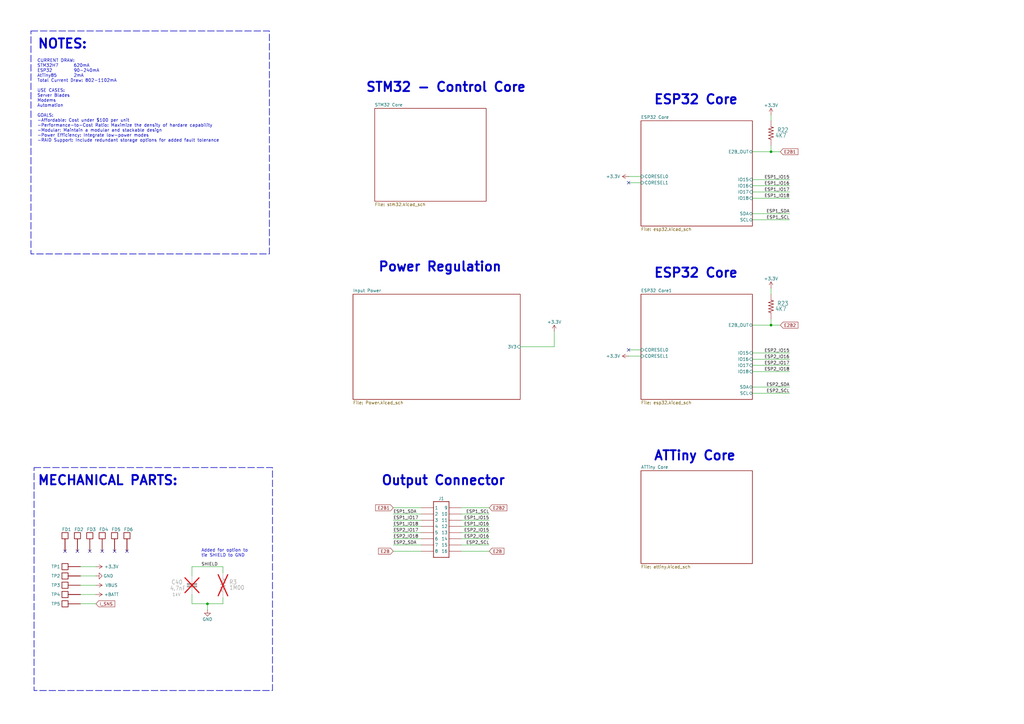
<source format=kicad_sch>
(kicad_sch (version 20250114) (generator "eeschema") (generator_version "9.0")
  (paper "A3")
  (title_block (title "Espresso CM") (date "2025-04-10") (rev "4") (company "B. Lantau") (comment 1 "PN: 4D083-4258-004"))
  (lib_symbols
    (symbol "Custom_Microcontroller:HEADER-2X8" (pin_numbers (hide yes))
      (property "Reference" "J" (at 0 20.32 0))
      (symbol "HEADER-2X8_1_0"
        (polyline (pts (xy -3.81 19.05) (xy 2.54 19.05)) (stroke (width 0.254)))
        (polyline (pts (xy -3.81 -3.81) (xy -3.81 19.05)) (stroke (width 0.254)))
        (polyline (pts (xy 2.54 19.05) (xy 2.54 -3.81)) (stroke (width 0.254)))
        (polyline (pts (xy 2.54 -3.81) (xy -3.81 -3.81)) (stroke (width 0.254)))
        (pin bidirectional line (at -8.89 16.51 0) (length 5.08) (name "1") (number "1"))
        (pin bidirectional line (at -8.89 13.97 0) (length 5.08) (name "2") (number "2"))
        (pin bidirectional line (at -8.89 11.43 0) (length 5.08) (name "3") (number "3"))
        (pin bidirectional line (at -8.89 8.89 0) (length 5.08) (name "4") (number "4"))
        (pin bidirectional line (at -8.89 6.35 0) (length 5.08) (name "5") (number "5"))
        (pin bidirectional line (at -8.89 3.81 0) (length 5.08) (name "6") (number "6"))
        (pin bidirectional line (at -8.89 1.27 0) (length 5.08) (name "7") (number "7"))
        (pin bidirectional line (at -8.89 -1.27 0) (length 5.08) (name "8") (number "8"))
        (pin bidirectional line (at 7.62 16.51 180) (length 5.08) (name "9") (number "9"))
        (pin bidirectional line (at 7.62 13.97 180) (length 5.08) (name "10") (number "10"))
        (pin bidirectional line (at 7.62 11.43 180) (length 5.08) (name "11") (number "11"))
        (pin bidirectional line (at 7.62 8.89 180) (length 5.08) (name "12") (number "12"))
        (pin bidirectional line (at 7.62 6.35 180) (length 5.08) (name "13") (number "13"))
        (pin bidirectional line (at 7.62 3.81 180) (length 5.08) (name "14") (number "14"))
        (pin bidirectional line (at 7.62 1.27 180) (length 5.08) (name "15") (number "15"))
        (pin bidirectional line (at 7.62 -1.27 180) (length 5.08) (name "16") (number "16"))
      )
    )
    (symbol "Electromechanical:FIDUCIAL" (pin_numbers (hide yes)) (pin_names (hide yes)) (in_bom no)
      (property "Reference" "FD" (at 0 6.35 0))
      (symbol "FIDUCIAL_0_1"
        (rectangle (start -1.27 7.62) (end 1.27 5.08) (stroke (width 0.254)))
        (polyline (pts (xy 0 0) (xy 0 5.08)) (stroke (width 0.254)))
      )
      (symbol "FIDUCIAL_1_0"
        (pin passive line (at 0 0 90) (length 5.08) (name "1") (number "1"))
      )
    )
    (symbol "Electromechanical:TESTPOINT" (pin_numbers (hide yes)) (pin_names (hide yes)) (in_bom no)
      (property "Reference" "TP" (at 0 6.35 0))
      (symbol "TESTPOINT_0_1"
        (rectangle (start -1.27 7.62) (end 1.27 5.08) (stroke (width 0.254)))
        (polyline (pts (xy 0 0) (xy 0 5.08)) (stroke (width 0.254)))
      )
      (symbol "TESTPOINT_1_0"
        (pin passive line (at 0 0 90) (length 5.08) (name "1") (number "1"))
      )
    )
    (symbol "R_1206_RMCF:R_1206_RMCF_1M00" (pin_numbers (hide yes)) (pin_names (hide yes))
      (property "Reference" "R" (at -0.7749 1.7058 0))
      (property "Value" "1M00" (at -1.524 -3.556 0))
      (symbol "R_1206_RMCF_1M00_1_0"
        (polyline (pts (xy -2.54 0) (xy -2.159 1.016)) (stroke (width 0.2032)))
        (polyline (pts (xy -2.159 1.016) (xy -1.524 -1.016)) (stroke (width 0.2032)))
        (polyline (pts (xy -1.524 -1.016) (xy -0.889 1.016)) (stroke (width 0.2032)))
        (polyline (pts (xy -0.889 1.016) (xy -0.254 -1.016)) (stroke (width 0.2032)))
        (polyline (pts (xy -0.254 -1.016) (xy 0.381 1.016)) (stroke (width 0.2032)))
        (polyline (pts (xy 0.381 1.016) (xy 1.016 -1.016)) (stroke (width 0.2032)))
        (polyline (pts (xy 1.016 -1.016) (xy 1.651 1.016)) (stroke (width 0.2032)))
        (polyline (pts (xy 1.651 1.016) (xy 2.286 -1.016)) (stroke (width 0.2032)))
        (polyline (pts (xy 2.286 -1.016) (xy 2.54 0)) (stroke (width 0.2032)))
        (pin passive line (at -5.08 0 0) (length 2.54) (name "1") (number "1"))
        (pin passive line (at 5.08 0 180) (length 2.54) (name "2") (number "2"))
      )
    )
    (symbol "R_1206_RMCF:R_1206_RMCF_4K7" (pin_numbers (hide yes)) (pin_names (hide yes))
      (property "Reference" "R" (at -0.7749 1.7058 0))
      (property "Value" "4K7" (at -1.524 -3.556 0))
      (symbol "R_1206_RMCF_4K7_1_0"
        (polyline (pts (xy -2.54 0) (xy -2.159 1.016)) (stroke (width 0.2032)))
        (polyline (pts (xy -2.159 1.016) (xy -1.524 -1.016)) (stroke (width 0.2032)))
        (polyline (pts (xy -1.524 -1.016) (xy -0.889 1.016)) (stroke (width 0.2032)))
        (polyline (pts (xy -0.889 1.016) (xy -0.254 -1.016)) (stroke (width 0.2032)))
        (polyline (pts (xy -0.254 -1.016) (xy 0.381 1.016)) (stroke (width 0.2032)))
        (polyline (pts (xy 0.381 1.016) (xy 1.016 -1.016)) (stroke (width 0.2032)))
        (polyline (pts (xy 1.016 -1.016) (xy 1.651 1.016)) (stroke (width 0.2032)))
        (polyline (pts (xy 1.651 1.016) (xy 2.286 -1.016)) (stroke (width 0.2032)))
        (polyline (pts (xy 2.286 -1.016) (xy 2.54 0)) (stroke (width 0.2032)))
        (pin passive line (at -5.08 0 0) (length 2.54) (name "1") (number "1"))
        (pin passive line (at 5.08 0 180) (length 2.54) (name "2") (number "2"))
      )
    )
    (symbol "Specialized Capacitors:C_1206_4.7nF" (pin_numbers (hide yes)) (pin_names (hide yes))
      (property "Reference" "C" (at -0.8599 2.4455 0))
      (property "Value" "4.7nF" (at -2.0411 -4.699 0))
      (symbol "C_1206_4.7nF_1_0"
        (polyline (pts (xy -1.27 0) (xy -0.762 0)) (stroke (width 0.1524)))
        (rectangle (start -0.762 -2.032) (end -0.254 2.032) (fill (type outline)))
        (rectangle (start 0.762 -2.032) (end 0.254 2.032) (fill (type outline)))
        (polyline (pts (xy 1.27 0) (xy 0.762 0)) (stroke (width 0.1524)))
        (pin passive line (at -3.81 0 0) (length 2.54) (name "1") (number "1"))
        (pin passive line (at 3.81 0 180) (length 2.54) (name "2") (number "2"))
      )
    )
    (symbol "power:+3.3V" (power) (pin_numbers (hide yes)) (pin_names (offset 0) (hide yes))
      (property "Value" "+3.3V" (at 0 3.556 0))
      (symbol "+3.3V_0_1"
        (polyline (pts (xy -0.762 1.27) (xy 0 2.54)))
        (polyline (pts (xy 0 2.54) (xy 0.762 1.27)))
        (polyline (pts (xy 0 0) (xy 0 2.54)))
      )
      (symbol "+3.3V_1_1"
        (pin power_in line (at 0 0 90) (length 0) (name "~") (number "1"))
      )
    )
    (symbol "power:+BATT" (power) (pin_numbers (hide yes)) (pin_names (offset 0) (hide yes))
      (property "Value" "+BATT" (at 0 3.556 0))
      (symbol "+BATT_0_1"
        (polyline (pts (xy -0.762 1.27) (xy 0 2.54)))
        (polyline (pts (xy 0 2.54) (xy 0.762 1.27)))
        (polyline (pts (xy 0 0) (xy 0 2.54)))
      )
      (symbol "+BATT_1_1"
        (pin power_in line (at 0 0 90) (length 0) (name "~") (number "1"))
      )
    )
    (symbol "power:GND" (power) (pin_numbers (hide yes)) (pin_names (offset 0) (hide yes))
      (property "Value" "GND" (at 0 -3.81 0))
      (symbol "GND_0_1"
        (polyline (pts (xy 0 0) (xy 0 -1.27) (xy 1.27 -1.27) (xy 0 -2.54) (xy -1.27 -1.27) (xy 0 -1.27)))
      )
      (symbol "GND_1_1"
        (pin power_in line (at 0 0 270) (length 0) (name "~") (number "1"))
      )
    )
    (symbol "power:VBUS" (power) (pin_numbers (hide yes)) (pin_names (offset 0) (hide yes))
      (property "Value" "VBUS" (at 0 3.556 0))
      (symbol "VBUS_0_1"
        (polyline (pts (xy -0.762 1.27) (xy 0 2.54)))
        (polyline (pts (xy 0 2.54) (xy 0.762 1.27)))
        (polyline (pts (xy 0 0) (xy 0 2.54)))
      )
      (symbol "VBUS_1_1"
        (pin power_in line (at 0 0 90) (length 0) (name "~") (number "1"))
      )
    )
  )
  (rectangle (start 12.7 12.7) (end 110.49 104.14) (stroke (width 0.254) (type dash)))
  (rectangle (start 13.97 191.77) (end 111.76 283.21) (stroke (width 0.254) (type dash)))
  (text "MECHANICAL PARTS:" (at 15.24 199.39 0) (effects (font (size 3.81 3.81) (thickness 0.762) (bold yes)) (justify left bottom)))
  (text "Power Regulation" (at 154.94 111.76 0) (effects (font (size 3.81 3.81) (thickness 0.762) (bold yes)) (justify left bottom)))
  (text "Added for option to\ntie SHIELD to GND" (at 82.55 228.6 0) (effects (font (size 1.27 1.27)) (justify left bottom)))
  (text "Output Connector" (at 156.21 199.39 0) (effects (font (size 3.81 3.81) (thickness 0.762) (bold yes)) (justify left bottom)))
  (text "ESP32 Core" (at 267.97 114.3 0) (effects (font (size 3.81 3.81) (thickness 0.762) (bold yes)) (justify left bottom)))
  (text "NOTES:" (at 15.24 20.32 0) (effects (font (size 3.81 3.81) (thickness 0.762) (bold yes)) (justify left bottom)))
  (text "ESP32 Core" (at 267.97 43.18 0) (effects (font (size 3.81 3.81) (thickness 0.762) (bold yes)) (justify left bottom)))
  (text "CURRENT DRAW:\nSTM32H7		620mA\nESP32		90-240mA\nAtTiny85	2mA\nTotal Current Draw: 802-1102mA\n\nUSE CASES:\nServer Blades\nModems\nAutomation\n\nGOALS:\n-Affordable: Cost under $100 per unit\n-Performance-to-Cost Ratio: Maximize the density of hardare capability\n-Modular: Maintain a modular and stackable design\n-Power Efficiency: Integrate low-power modes\n-RAID Support: Include redundant storage options for added fault tolerance" (at 15.24 58.42 0) (effects (font (size 1.27 1.27)) (justify left bottom)))
  (text "ATTiny Core" (at 267.97 189.23 0) (effects (font (size 3.81 3.81) (thickness 0.762) (bold yes)) (justify left bottom)))
  (text "STM32 - Control Core" (at 149.86 38.1 0) (effects (font (size 3.81 3.81) (thickness 0.762) (bold yes)) (justify left bottom)))
  (junction (at 316.23 133.35))
  (junction (at 85.09 247.65))
  (junction (at 316.23 62.23))
  (no_connect (at 41.91 226.06))
  (no_connect (at 52.07 226.06))
  (no_connect (at 257.81 74.93))
  (no_connect (at 36.83 226.06))
  (no_connect (at 257.81 143.51))
  (no_connect (at 46.99 226.06))
  (no_connect (at 26.67 226.06))
  (no_connect (at 31.75 226.06))
  (wire (pts (xy 189.23 208.28) (xy 200.66 208.28)))
  (wire (pts (xy 200.66 213.36) (xy 189.23 213.36)))
  (wire (pts (xy 308.61 158.75) (xy 323.85 158.75)))
  (wire (pts (xy 213.36 142.24) (xy 227.33 142.24)))
  (wire (pts (xy 200.66 215.9) (xy 189.23 215.9)))
  (wire (pts (xy 308.61 73.66) (xy 323.85 73.66)))
  (wire (pts (xy 308.61 90.17) (xy 323.85 90.17)))
  (wire (pts (xy 308.61 76.2) (xy 323.85 76.2)))
  (wire (pts (xy 308.61 161.29) (xy 323.85 161.29)))
  (wire (pts (xy 189.23 223.52) (xy 200.66 223.52)))
  (wire (pts (xy 257.81 74.93) (xy 262.89 74.93)))
  (wire (pts (xy 91.44 234.95) (xy 91.44 232.41)))
  (wire (pts (xy 316.23 59.69) (xy 316.23 62.23)))
  (wire (pts (xy 161.29 213.36) (xy 172.72 213.36)))
  (wire (pts (xy 308.61 81.28) (xy 323.85 81.28)))
  (wire (pts (xy 189.23 220.98) (xy 200.66 220.98)))
  (wire (pts (xy 161.29 210.82) (xy 172.72 210.82)))
  (wire (pts (xy 257.81 146.05) (xy 262.89 146.05)))
  (wire (pts (xy 33.02 236.22) (xy 39.37 236.22)))
  (wire (pts (xy 33.02 243.84) (xy 39.37 243.84)))
  (wire (pts (xy 308.61 147.32) (xy 323.85 147.32)))
  (wire (pts (xy 91.44 245.11) (xy 91.44 247.65)))
  (wire (pts (xy 172.72 226.06) (xy 161.29 226.06)))
  (wire (pts (xy 320.04 133.35) (xy 316.23 133.35)))
  (wire (pts (xy 257.81 72.39) (xy 262.89 72.39)))
  (wire (pts (xy 78.74 232.41) (xy 91.44 232.41)))
  (wire (pts (xy 308.61 152.4) (xy 323.85 152.4)))
  (wire (pts (xy 172.72 218.44) (xy 161.29 218.44)))
  (wire (pts (xy 316.23 130.81) (xy 316.23 133.35)))
  (wire (pts (xy 316.23 118.11) (xy 316.23 120.65)))
  (wire (pts (xy 78.74 236.22) (xy 78.74 232.41)))
  (wire (pts (xy 308.61 78.74) (xy 323.85 78.74)))
  (wire (pts (xy 320.04 62.23) (xy 316.23 62.23)))
  (wire (pts (xy 189.23 218.44) (xy 200.66 218.44)))
  (wire (pts (xy 316.23 46.99) (xy 316.23 49.53)))
  (wire (pts (xy 161.29 215.9) (xy 172.72 215.9)))
  (wire (pts (xy 33.02 240.03) (xy 39.37 240.03)))
  (wire (pts (xy 308.61 144.78) (xy 323.85 144.78)))
  (wire (pts (xy 78.74 243.84) (xy 78.74 247.65)))
  (wire (pts (xy 316.23 62.23) (xy 308.61 62.23)))
  (wire (pts (xy 227.33 135.89) (xy 227.33 142.24)))
  (wire (pts (xy 189.23 210.82) (xy 200.66 210.82)))
  (wire (pts (xy 33.02 247.65) (xy 39.37 247.65)))
  (wire (pts (xy 189.23 226.06) (xy 200.66 226.06)))
  (wire (pts (xy 308.61 87.63) (xy 323.85 87.63)))
  (wire (pts (xy 257.81 143.51) (xy 262.89 143.51)))
  (wire (pts (xy 85.09 247.65) (xy 85.09 250.19)))
  (wire (pts (xy 172.72 220.98) (xy 161.29 220.98)))
  (wire (pts (xy 85.09 247.65) (xy 91.44 247.65)))
  (wire (pts (xy 172.72 208.28) (xy 161.29 208.28)))
  (wire (pts (xy 308.61 149.86) (xy 323.85 149.86)))
  (wire (pts (xy 316.23 133.35) (xy 308.61 133.35)))
  (wire (pts (xy 33.02 232.41) (xy 39.37 232.41)))
  (wire (pts (xy 161.29 223.52) (xy 172.72 223.52)))
  (wire (pts (xy 78.74 247.65) (xy 85.09 247.65)))
  (label "ESP2_IO16" (at 200.66 220.98 180))
  (label "ESP2_IO15" (at 200.66 218.44 180))
  (label "ESP1_SCL" (at 323.85 90.17 180))
  (label "ESP1_IO17" (at 323.85 78.74 180))
  (label "ESP2_IO18" (at 323.85 152.4 180))
  (label "ESP2_SDA" (at 323.85 158.75 180))
  (label "ESP1_SDA" (at 161.29 210.82 0))
  (label "ESP1_IO16" (at 323.85 76.2 180))
  (label "ESP2_IO15" (at 323.85 144.78 180))
  (label "ESP2_IO18" (at 161.29 220.98 0))
  (label "ESP2_IO17" (at 161.29 218.44 0))
  (label "ESP1_IO15" (at 323.85 73.66 180))
  (label "ESP2_IO16" (at 323.85 147.32 180))
  (label "ESP1_IO15" (at 200.66 213.36 180))
  (label "ESP2_SDA" (at 161.29 223.52 0))
  (label "ESP1_IO18" (at 323.85 81.28 180))
  (label "SHIELD" (at 82.55 232.41 0))
  (label "ESP2_SCL" (at 323.85 161.29 180))
  (label "ESP1_IO16" (at 200.66 215.9 180))
  (label "ESP1_IO17" (at 161.29 213.36 0))
  (label "ESP1_SCL" (at 200.66 210.82 180))
  (label "ESP2_SCL" (at 200.66 223.52 180))
  (label "ESP2_IO17" (at 323.85 149.86 180))
  (label "ESP1_SDA" (at 323.85 87.63 180))
  (label "ESP1_IO18" (at 161.29 215.9 0))
  (global_label "E2B2" (shape input) (at 200.66 208.28 0) (property "Intersheetrefs" "${INTERSHEET_REFS}" (effects (hide yes))))
  (global_label "E2B" (shape input) (at 161.29 226.06 180) (property "Intersheetrefs" "${INTERSHEET_REFS}" (effects (hide yes))))
  (global_label "E2B1" (shape input) (at 161.29 208.28 180) (property "Intersheetrefs" "${INTERSHEET_REFS}" (effects (hide yes))))
  (global_label "E2B" (shape input) (at 200.66 226.06 0) (property "Intersheetrefs" "${INTERSHEET_REFS}" (effects (hide yes))))
  (global_label "E2B2" (shape input) (at 320.04 133.35 0) (property "Intersheetrefs" "${INTERSHEET_REFS}" (effects (hide yes))))
  (global_label "E2B1" (shape input) (at 320.04 62.23 0) (property "Intersheetrefs" "${INTERSHEET_REFS}" (effects (hide yes))))
  (global_label "I_SNS" (shape input) (at 39.37 247.65 0) (property "Intersheetrefs" "${INTERSHEET_REFS}" (effects (hide yes))))
  (symbol (lib_id "R_1206_RMCF:R_1206_RMCF_1M00") (at 91.44 240.03 90) (unit 1) (dnp yes)
    (property "Reference" "R3" (at 93.98 238.76 90) (effects (font (size 1.778 1.5113)) (justify right)))
    (property "Value" "1M00" (at 100.33 240.03 90) (effects (font (size 1.778 1.5113)) (justify left bottom)))
    (property "Footprint" "Custom_Microcontroller:R_1206" (effects (hide yes)))
    (property "Part Number" "RMCF1206FG1M00" (effects (hide yes)))
    (property "Manufacturer" "Stackpole" (effects (hide yes)))
    (property "Rating" "1/4W" (effects (hide yes)))
  )
  (symbol (lib_id "Electromechanical:FIDUCIAL") (at 31.75 226.06 0) (unit 1) (in_bom no)
    (property "Reference" "FD2" (at 30.48 217.17 0) (effects (justify left)))
    (property "Footprint" "Custom_Microcontroller:Fiducial_1.5mm_Mask3mm" (effects (hide yes)))
  )
  (symbol (lib_id "power:+3.3V") (at 257.81 146.05 90) (unit 1)
    (property "Reference" "#PWR021" (effects (hide yes)))
    (property "Value" "+3.3V" (at 251.46 146.05 90))
    (property "Description" "Power symbol creates a global label with name \"+3.3V\"" (effects (hide yes)))
  )
  (symbol (lib_id "power:+3.3V") (at 316.23 46.99 0) (unit 1)
    (property "Reference" "#PWR031" (effects (hide yes)))
    (property "Value" "+3.3V" (at 316.23 43.18 0))
    (property "Description" "Power symbol creates a global label with name \"+3.3V\"" (effects (hide yes)))
  )
  (symbol (lib_id "R_1206_RMCF:R_1206_RMCF_4K7") (at 316.23 54.61 90) (unit 1)
    (property "Reference" "R22" (at 318.77 53.34 90) (effects (font (size 1.778 1.5113)) (justify right)))
    (property "Value" "4K7" (at 322.58 54.61 90) (effects (font (size 1.778 1.5113)) (justify left bottom)))
    (property "Footprint" "Custom_Microcontroller:R_1206" (effects (hide yes)))
    (property "Part Number" "RMCF1206FT4K70" (effects (hide yes)))
    (property "Manufacturer" "Stackpole" (effects (hide yes)))
    (property "Rating" "1/4W" (effects (hide yes)))
  )
  (symbol (lib_id "Electromechanical:FIDUCIAL") (at 52.07 226.06 0) (unit 1) (in_bom no)
    (property "Reference" "FD6" (at 50.8 217.17 0) (effects (justify left)))
    (property "Footprint" "Custom_Microcontroller:Fiducial_1.5mm_Mask3mm" (effects (hide yes)))
  )
  (symbol (lib_id "power:GND") (at 85.09 250.19 0) (mirror y) (unit 1)
    (property "Reference" "#PWR027" (effects (hide yes)))
    (property "Value" "GND" (at 85.09 254 0))
    (property "Description" "Power symbol creates a global label with name \"GND\" , ground" (effects (hide yes)))
  )
  (symbol (lib_id "Electromechanical:TESTPOINT") (at 33.02 236.22 90) (unit 1) (in_bom no)
    (property "Reference" "TP2" (at 22.86 236.22 90))
    (property "Footprint" "Custom_Microcontroller:TESTPOINT" (effects (hide yes)))
  )
  (symbol (lib_id "Electromechanical:TESTPOINT") (at 33.02 243.84 90) (unit 1) (in_bom no)
    (property "Reference" "TP4" (at 22.86 243.84 90))
    (property "Footprint" "Custom_Microcontroller:TESTPOINT" (effects (hide yes)))
  )
  (symbol (lib_id "R_1206_RMCF:R_1206_RMCF_4K7") (at 316.23 125.73 90) (unit 1)
    (property "Reference" "R23" (at 318.77 124.46 90) (effects (font (size 1.778 1.5113)) (justify right)))
    (property "Value" "4K7" (at 322.58 125.73 90) (effects (font (size 1.778 1.5113)) (justify left bottom)))
    (property "Footprint" "Custom_Microcontroller:R_1206" (effects (hide yes)))
    (property "Part Number" "RMCF1206FT4K70" (effects (hide yes)))
    (property "Manufacturer" "Stackpole" (effects (hide yes)))
    (property "Rating" "1/4W" (effects (hide yes)))
  )
  (symbol (lib_id "Electromechanical:FIDUCIAL") (at 36.83 226.06 0) (unit 1) (in_bom no)
    (property "Reference" "FD3" (at 35.56 217.17 0) (effects (justify left)))
    (property "Footprint" "Custom_Microcontroller:Fiducial_1.5mm_Mask3mm" (effects (hide yes)))
  )
  (symbol (lib_id "power:+BATT") (at 39.37 243.84 270) (unit 1)
    (property "Reference" "#PWR04" (effects (hide yes)))
    (property "Value" "+BATT" (at 45.72 243.84 90))
    (property "Description" "Power symbol creates a global label with name \"+BATT\"" (effects (hide yes)))
  )
  (symbol (lib_id "Specialized Capacitors:C_1206_4.7nF") (at 78.74 240.03 270) (unit 1) (dnp yes)
    (property "Reference" "C40" (at 74.93 238.76 90) (effects (font (size 1.778 1.5113)) (justify right)))
    (property "Value" "4.7nF" (at 76.2 241.3 90) (effects (font (size 1.778 1.5113)) (justify right)))
    (property "Footprint" "Custom_Microcontroller:C_1206" (effects (hide yes)))
    (property "Datasheet" "https://content.kemet.com/datasheets/KEM_C1076_X7R_HV_AUTO_SMD.pdf" (effects (hide yes)))
    (property "Description" "CAP CER 4700PF 1KV X7R 1206" (effects (hide yes)))
    (property "Part Number" "C1206C472KDRACAUTO" (effects (hide yes)))
    (property "Manufacturer" "KEMET" (effects (hide yes)))
    (property "Rating" "1kV" (at 72.39 243.84 90))
  )
  (symbol (lib_id "Electromechanical:FIDUCIAL") (at 46.99 226.06 0) (unit 1) (in_bom no)
    (property "Reference" "FD5" (at 45.72 217.17 0) (effects (justify left)))
    (property "Footprint" "Custom_Microcontroller:Fiducial_1.5mm_Mask3mm" (effects (hide yes)))
  )
  (symbol (lib_id "Electromechanical:TESTPOINT") (at 33.02 232.41 90) (unit 1) (in_bom no)
    (property "Reference" "TP1" (at 22.86 232.41 90))
    (property "Footprint" "Custom_Microcontroller:TESTPOINT" (effects (hide yes)))
  )
  (symbol (lib_id "power:VBUS") (at 39.37 240.03 270) (unit 1)
    (property "Reference" "#PWR03" (effects (hide yes)))
    (property "Value" "VBUS" (at 45.72 240.03 90))
    (property "Description" "Power symbol creates a global label with name \"VBUS\"" (effects (hide yes)))
  )
  (symbol (lib_id "Electromechanical:TESTPOINT") (at 33.02 247.65 90) (unit 1) (in_bom no)
    (property "Reference" "TP5" (at 22.86 247.65 90))
    (property "Footprint" "Custom_Microcontroller:TESTPOINT" (effects (hide yes)))
  )
  (symbol (lib_id "power:GND") (at 39.37 236.22 90) (unit 1)
    (property "Reference" "#PWR02" (effects (hide yes)))
    (property "Value" "GND" (at 44.45 236.22 90))
    (property "Description" "Power symbol creates a global label with name \"GND\" , ground" (effects (hide yes)))
  )
  (symbol (lib_id "power:+3.3V") (at 316.23 118.11 0) (unit 1)
    (property "Reference" "#PWR032" (effects (hide yes)))
    (property "Value" "+3.3V" (at 316.23 114.3 0))
    (property "Description" "Power symbol creates a global label with name \"+3.3V\"" (effects (hide yes)))
  )
  (symbol (lib_id "power:+3.3V") (at 39.37 232.41 270) (unit 1)
    (property "Reference" "#PWR01" (effects (hide yes)))
    (property "Value" "+3.3V" (at 45.72 232.41 90))
    (property "Description" "Power symbol creates a global label with name \"+3.3V\"" (effects (hide yes)))
  )
  (symbol (lib_id "power:+3.3V") (at 227.33 135.89 0) (unit 1)
    (property "Reference" "#PWR05" (effects (hide yes)))
    (property "Value" "+3.3V" (at 227.33 132.08 0))
    (property "Description" "Power symbol creates a global label with name \"+3.3V\"" (effects (hide yes)))
  )
  (symbol (lib_id "Electromechanical:TESTPOINT") (at 33.02 240.03 90) (unit 1) (in_bom no)
    (property "Reference" "TP3" (at 22.86 240.03 90))
    (property "Footprint" "Custom_Microcontroller:TESTPOINT" (effects (hide yes)))
  )
  (symbol (lib_id "Electromechanical:FIDUCIAL") (at 26.67 226.06 0) (unit 1) (in_bom no)
    (property "Reference" "FD1" (at 25.4 217.17 0) (effects (justify left)))
    (property "Footprint" "Custom_Microcontroller:Fiducial_1.5mm_Mask3mm" (effects (hide yes)))
  )
  (symbol (lib_id "power:+3.3V") (at 257.81 72.39 90) (mirror x) (unit 1)
    (property "Reference" "#PWR025" (effects (hide yes)))
    (property "Value" "+3.3V" (at 251.46 72.39 90))
    (property "Description" "Power symbol creates a global label with name \"+3.3V\"" (effects (hide yes)))
  )
  (symbol (lib_id "Electromechanical:FIDUCIAL") (at 41.91 226.06 0) (unit 1) (in_bom no)
    (property "Reference" "FD4" (at 40.64 217.17 0) (effects (justify left)))
    (property "Footprint" "Custom_Microcontroller:Fiducial_1.5mm_Mask3mm" (effects (hide yes)))
  )
  (symbol (lib_id "Custom_Microcontroller:HEADER-2X8") (at 181.61 224.79 0) (unit 1)
    (property "Reference" "J1" (at 180.975 204.47 0))
    (property "Footprint" "Custom_Microcontroller:2X8" (effects (hide yes)))
    (property "Part Number" "PPTC082LJBN-RC" (effects (hide yes)))
    (property "Manufacturer" "Sullins" (effects (hide yes)))
  )
  (sheet (at 144.78 120.65) (size 68.58 43.18) (stroke (width 0.1524))
    (property "Sheetname" "Input Power" (at 144.78 119.9384 0) (effects (justify left bottom)))
    (property "Sheetfile" "Power.kicad_sch" (at 144.78 164.4146 0) (effects (justify left top)))
    (pin "3V3" input (at 213.36 142.24 0))
  )
  (sheet (at 153.67 44.45) (size 45.72 38.1) (stroke (width 0.1524))
    (property "Sheetname" "STM32 Core" (at 153.67 43.7384 0) (effects (justify left bottom)))
    (property "Sheetfile" "stm32.kicad_sch" (at 153.67 83.1346 0) (effects (justify left top)))
  )
  (sheet (at 262.89 49.53) (size 45.72 43.18) (stroke (width 0.1524))
    (property "Sheetname" "ESP32 Core" (at 262.89 48.8184 0) (effects (justify left bottom)))
    (property "Sheetfile" "esp32.kicad_sch" (at 262.89 93.2946 0) (effects (justify left top)))
    (pin "IO17" input (at 308.61 78.74 0))
    (pin "IO18" input (at 308.61 81.28 0))
    (pin "CORESEL0" input (at 262.89 72.39 180))
    (pin "CORESEL1" input (at 262.89 74.93 180))
    (pin "IO15" input (at 308.61 73.66 0))
    (pin "IO16" input (at 308.61 76.2 0))
    (pin "SCL" bidirectional (at 308.61 90.17 0))
    (pin "SDA" bidirectional (at 308.61 87.63 0))
    (pin "E2B_OUT" bidirectional (at 308.61 62.23 0))
  )
  (sheet (at 262.89 120.65) (size 45.72 43.18) (stroke (width 0.1524))
    (property "Sheetname" "ESP32 Core1" (at 262.89 119.9384 0) (effects (justify left bottom)))
    (property "Sheetfile" "esp32.kicad_sch" (at 262.89 164.4146 0) (effects (justify left top)))
    (pin "IO17" input (at 308.61 149.86 0))
    (pin "IO18" input (at 308.61 152.4 0))
    (pin "CORESEL0" input (at 262.89 143.51 180))
    (pin "CORESEL1" input (at 262.89 146.05 180))
    (pin "IO15" input (at 308.61 144.78 0))
    (pin "IO16" input (at 308.61 147.32 0))
    (pin "SCL" bidirectional (at 308.61 161.29 0))
    (pin "SDA" bidirectional (at 308.61 158.75 0))
    (pin "E2B_OUT" bidirectional (at 308.61 133.35 0))
  )
  (sheet (at 262.89 193.04) (size 45.72 38.1) (stroke (width 0.1524))
    (property "Sheetname" "ATTiny Core" (at 262.89 192.3284 0) (effects (justify left bottom)))
    (property "Sheetfile" "attiny.kicad_sch" (at 262.89 231.7246 0) (effects (justify left top)))
  )
)
</source>
